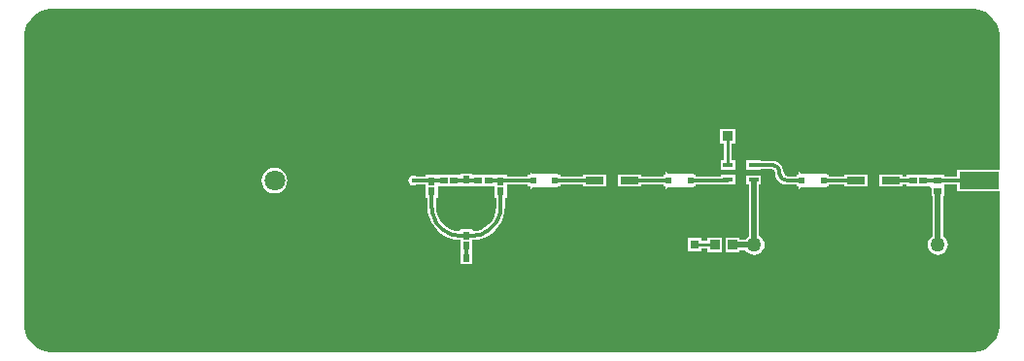
<source format=gtl>
G04*
G04 #@! TF.GenerationSoftware,Altium Limited,Altium Designer,24.9.1 (31)*
G04*
G04 Layer_Physical_Order=1*
G04 Layer_Color=255*
%FSLAX25Y25*%
%MOIN*%
G70*
G04*
G04 #@! TF.SameCoordinates,D730F02F-FD74-4FC1-B03C-3973BC9D0968*
G04*
G04*
G04 #@! TF.FilePolarity,Positive*
G04*
G01*
G75*
%ADD12C,0.01000*%
%ADD34C,0.01181*%
%ADD35R,0.04724X0.03543*%
%ADD36R,0.05906X0.03543*%
%ADD37R,0.02362X0.03543*%
%ADD38R,0.25591X0.25591*%
%ADD39R,0.01890X0.01968*%
%ADD40R,0.03543X0.01654*%
%ADD41R,0.03347X0.01575*%
%ADD42R,0.02874X0.02008*%
%ADD43R,0.02598X0.02441*%
%ADD44R,0.02441X0.02598*%
%ADD45R,0.06299X0.02559*%
%ADD46R,0.09252X0.02559*%
%ADD47R,0.13780X0.05906*%
%ADD48R,0.03543X0.03347*%
%ADD49R,0.03150X0.03150*%
%ADD50R,0.03347X0.03543*%
%ADD51C,0.01968*%
%ADD52C,0.07087*%
%ADD53C,0.21654*%
%ADD54C,0.01772*%
%ADD55C,0.05000*%
G36*
X327674Y117732D02*
X329465Y116990D01*
X331077Y115913D01*
X332448Y114542D01*
X333525Y112930D01*
X334267Y111139D01*
X334646Y109237D01*
Y108268D01*
Y62874D01*
X319803D01*
Y60540D01*
X315689D01*
Y61004D01*
X311083D01*
Y61004D01*
X310591Y61142D01*
X310591Y61142D01*
X310140Y61142D01*
X302795D01*
Y60540D01*
X301358D01*
Y61201D01*
X293327D01*
Y56910D01*
X301358D01*
Y57570D01*
X302795D01*
Y56968D01*
X310591D01*
X311161Y56205D01*
Y53720D01*
X311579D01*
Y40033D01*
X310890Y39504D01*
X310329Y38773D01*
X309976Y37922D01*
X309856Y37008D01*
X309976Y36094D01*
X310329Y35243D01*
X310890Y34512D01*
X311621Y33951D01*
X312472Y33598D01*
X313386Y33478D01*
X314300Y33598D01*
X315151Y33951D01*
X315882Y34512D01*
X316443Y35243D01*
X316796Y36094D01*
X316916Y37008D01*
X316796Y37922D01*
X316443Y38773D01*
X315882Y39504D01*
X315192Y40033D01*
Y53720D01*
X315610D01*
Y57264D01*
X315689D01*
Y57570D01*
X319803D01*
Y55236D01*
X334646D01*
Y9843D01*
Y8873D01*
X334267Y6972D01*
X333525Y5180D01*
X332448Y3568D01*
X331077Y2197D01*
X329465Y1120D01*
X327674Y378D01*
X325773Y0D01*
X9843D01*
X8873Y-0D01*
X6972Y378D01*
X5180Y1120D01*
X3568Y2197D01*
X2197Y3568D01*
X1120Y5180D01*
X378Y6972D01*
X-0Y8873D01*
X0Y9843D01*
Y108268D01*
Y109237D01*
X378Y111139D01*
X1120Y112930D01*
X2197Y114542D01*
X3568Y115913D01*
X5180Y116990D01*
X6972Y117732D01*
X8873Y118110D01*
X9843D01*
Y118110D01*
X325773D01*
X327674Y117732D01*
D02*
G37*
%LPC*%
G36*
X243898Y76673D02*
X238779D01*
Y71752D01*
X240026D01*
Y65945D01*
X238878D01*
Y62795D01*
X243799D01*
Y65945D01*
X242651D01*
Y71752D01*
X243898D01*
Y76673D01*
D02*
G37*
G36*
X173622Y62165D02*
Y60905D01*
X172756D01*
Y60540D01*
X165472D01*
Y60984D01*
X161378D01*
Y61142D01*
X153661D01*
Y61457D01*
X149488D01*
Y61142D01*
X141772D01*
Y60984D01*
X137677D01*
Y60540D01*
X134395D01*
X134148Y60705D01*
X133465Y60841D01*
X132781Y60705D01*
X132202Y60318D01*
X131814Y59739D01*
X131678Y59055D01*
X131814Y58372D01*
X132202Y57792D01*
X132781Y57405D01*
X133465Y57269D01*
X134148Y57405D01*
X134395Y57570D01*
X137677D01*
Y53189D01*
X138278D01*
Y50079D01*
X138272D01*
X138413Y48281D01*
X138834Y46527D01*
X139524Y44861D01*
X140466Y43324D01*
X141638Y41953D01*
X143009Y40781D01*
X144546Y39839D01*
X146212Y39149D01*
X147966Y38728D01*
X149488Y38608D01*
Y34449D01*
Y30276D01*
X153661D01*
Y34449D01*
Y38608D01*
X155184Y38728D01*
X156937Y39149D01*
X158603Y39839D01*
X160141Y40781D01*
X161512Y41953D01*
X162683Y43324D01*
X163625Y44861D01*
X164315Y46527D01*
X164736Y48281D01*
X164878Y50079D01*
X164871D01*
Y53189D01*
X165472D01*
Y57570D01*
X172756D01*
Y57205D01*
X173622D01*
Y55945D01*
X174449Y56772D01*
X183071D01*
Y57205D01*
X183937D01*
Y57570D01*
X191555D01*
Y56910D01*
X199587D01*
Y61201D01*
X191555D01*
Y60540D01*
X183937D01*
Y60905D01*
X183071D01*
Y61339D01*
X174449D01*
X173622Y62165D01*
D02*
G37*
G36*
X220079Y62165D02*
Y60905D01*
X219213D01*
Y60540D01*
X211595D01*
Y61201D01*
X203563D01*
Y56910D01*
X211595D01*
Y57570D01*
X219213D01*
Y57205D01*
X220079D01*
Y55945D01*
X220905Y56772D01*
X229528D01*
Y57205D01*
X230394D01*
Y57570D01*
X241142D01*
Y57566D01*
X241305Y57598D01*
X243878D01*
Y60905D01*
X238799D01*
Y60540D01*
X230394D01*
Y60905D01*
X229528D01*
Y61339D01*
X220905D01*
X220079Y62165D01*
D02*
G37*
G36*
X252736Y66024D02*
X247657D01*
Y62717D01*
X252736D01*
Y62885D01*
X256496D01*
Y62884D01*
X256907Y62802D01*
X257149Y62640D01*
X257562Y61811D01*
X257562Y61811D01*
X257707Y60711D01*
X258131Y59686D01*
X258807Y58807D01*
X259686Y58131D01*
X260711Y57707D01*
X261811Y57562D01*
Y57570D01*
X264882D01*
Y57205D01*
X265748D01*
Y55945D01*
X266575Y56772D01*
X275197D01*
Y57205D01*
X276063D01*
Y57570D01*
X281319D01*
Y56910D01*
X289350D01*
Y61201D01*
X281319D01*
Y60540D01*
X276063D01*
Y60905D01*
X275197D01*
Y61339D01*
X266575D01*
X265748Y62165D01*
Y60905D01*
X264882D01*
Y60540D01*
X261811D01*
X261803Y60539D01*
X261324Y60634D01*
X260910Y60910D01*
X260883Y60951D01*
X260546Y61811D01*
X260546D01*
X260408Y62859D01*
X260004Y63836D01*
X259360Y64675D01*
X258521Y65319D01*
X257544Y65723D01*
X256496Y65861D01*
Y65855D01*
X252736D01*
Y66024D01*
D02*
G37*
G36*
X85827Y63503D02*
X84676Y63351D01*
X83603Y62907D01*
X82682Y62200D01*
X81975Y61279D01*
X81531Y60206D01*
X81379Y59055D01*
X81531Y57904D01*
X81975Y56831D01*
X82682Y55910D01*
X83603Y55203D01*
X84676Y54759D01*
X85827Y54608D01*
X86978Y54759D01*
X88051Y55203D01*
X88972Y55910D01*
X89678Y56831D01*
X90123Y57904D01*
X90274Y59055D01*
X90123Y60206D01*
X89678Y61279D01*
X88972Y62200D01*
X88051Y62907D01*
X86978Y63351D01*
X85827Y63503D01*
D02*
G37*
G36*
X250394Y60861D02*
X250295D01*
X250121Y60827D01*
X247736D01*
Y57677D01*
X248489D01*
Y39958D01*
X247898Y39504D01*
X247348Y38789D01*
X245421D01*
Y39516D01*
X240500D01*
Y34398D01*
X245421D01*
Y35176D01*
X247388D01*
X247898Y34512D01*
X248629Y33951D01*
X249480Y33598D01*
X250394Y33478D01*
X251307Y33598D01*
X252159Y33951D01*
X252890Y34512D01*
X253451Y35243D01*
X253804Y36094D01*
X253924Y37008D01*
X253804Y37922D01*
X253451Y38773D01*
X252890Y39504D01*
X252159Y40065D01*
X252102Y40089D01*
Y57677D01*
X252658D01*
Y60827D01*
X250568D01*
X250394Y60861D01*
D02*
G37*
G36*
X239319Y39516D02*
X234398D01*
Y38269D01*
X232421D01*
Y39319D01*
X227697D01*
Y34595D01*
X232421D01*
Y35644D01*
X234398D01*
Y34398D01*
X239319D01*
Y39516D01*
D02*
G37*
%LPD*%
G36*
X153583Y56968D02*
X161299D01*
Y53189D01*
X161901D01*
Y50079D01*
X161914Y50013D01*
X161756Y48414D01*
X161271Y46813D01*
X160482Y45337D01*
X159421Y44044D01*
X158127Y42983D01*
X156652Y42194D01*
X155051Y41708D01*
X154331Y41637D01*
X153661Y42244D01*
Y42244D01*
X149488D01*
Y42244D01*
X148819Y41637D01*
X148099Y41708D01*
X146498Y42194D01*
X145022Y42983D01*
X143729Y44044D01*
X142668Y45337D01*
X141879Y46813D01*
X141393Y48414D01*
X141236Y50013D01*
X141249Y50079D01*
Y53189D01*
X141850D01*
Y56968D01*
X149567D01*
Y57126D01*
X153583D01*
Y56968D01*
D02*
G37*
D12*
X230059Y36957D02*
X236858D01*
X250197Y59252D02*
X250394Y59055D01*
X241339Y64370D02*
Y74213D01*
D34*
X163386Y58819D02*
X163150Y59055D01*
X163622Y59055D02*
X163386Y58819D01*
X153386Y40079D02*
X154366Y40127D01*
X155337Y40271D01*
X156289Y40509D01*
X157213Y40840D01*
X158100Y41260D01*
X158941Y41764D01*
X159730Y42349D01*
X160457Y43008D01*
X161116Y43735D01*
X161700Y44523D01*
X162205Y45365D01*
X162625Y46252D01*
X162955Y47176D01*
X163194Y48128D01*
X163338Y49099D01*
X163386Y50079D01*
X139764D02*
X139812Y49099D01*
X139956Y48128D01*
X140194Y47176D01*
X140525Y46252D01*
X140945Y45365D01*
X141449Y44523D01*
X142034Y43735D01*
X142693Y43008D01*
X143420Y42349D01*
X144208Y41764D01*
X145050Y41260D01*
X145937Y40840D01*
X146861Y40509D01*
X147813Y40271D01*
X148784Y40127D01*
X149764Y40079D01*
X241142Y59055D02*
X241339Y59252D01*
X259055Y61811D02*
X259265Y60756D01*
X259862Y59862D01*
X260756Y59265D01*
X261811Y59055D01*
X259055Y61811D02*
X258860Y62790D01*
X258306Y63621D01*
X257475Y64175D01*
X256496Y64370D01*
X151575Y32441D02*
Y36614D01*
X151339Y59055D02*
X151575Y59291D01*
X147402Y59055D02*
X151339D01*
X151811D02*
X155748D01*
X151575Y59291D02*
X151811Y59055D01*
X159213D02*
X163150D01*
X163622Y59055D02*
X174567D01*
X149764Y40079D02*
X151575D01*
X153386D01*
X163386Y50079D02*
Y55354D01*
X139764Y50079D02*
Y55354D01*
X207579Y59055D02*
X221024D01*
X207579D02*
Y59055D01*
X182126D02*
X195571D01*
X228583Y59055D02*
X241142D01*
X261811Y59055D02*
X266693D01*
X250197Y64370D02*
X256496D01*
X274252Y59055D02*
X285335D01*
X312992D02*
X327559D01*
X297342D02*
X303386D01*
X308425D02*
X312992D01*
X139764Y58819D02*
X140000Y59055D01*
X143937D01*
X139528D02*
X139764Y58819D01*
X133465Y59055D02*
X139528D01*
D35*
X157480Y98425D02*
D03*
X275590D02*
D03*
Y19685D02*
D03*
X157480D02*
D03*
D36*
X163976Y98425D02*
D03*
X150984D02*
D03*
X282087D02*
D03*
X269094D02*
D03*
X282087Y19685D02*
D03*
X269094D02*
D03*
X163976D02*
D03*
X150984D02*
D03*
D37*
X169488Y98425D02*
D03*
X145472D02*
D03*
X287598D02*
D03*
X263583D02*
D03*
X287598Y19685D02*
D03*
X263583D02*
D03*
X169488D02*
D03*
X145472D02*
D03*
D38*
X114173Y94488D02*
D03*
Y23622D02*
D03*
X43307Y94488D02*
D03*
Y23622D02*
D03*
D39*
X182126Y59055D02*
D03*
X174567D02*
D03*
X274252D02*
D03*
X266693D02*
D03*
X221024Y59055D02*
D03*
X228583D02*
D03*
D40*
X178347Y62165D02*
D03*
Y55945D02*
D03*
X270472Y62165D02*
D03*
Y55945D02*
D03*
X224803Y55945D02*
D03*
Y62165D02*
D03*
D41*
X250197Y59252D02*
D03*
Y61811D02*
D03*
Y64370D02*
D03*
X241339Y59252D02*
D03*
Y61811D02*
D03*
Y64370D02*
D03*
D42*
X313386Y59134D02*
D03*
Y55512D02*
D03*
D43*
X308425Y59055D02*
D03*
X304961D02*
D03*
X155748Y59055D02*
D03*
X159213D02*
D03*
X143937D02*
D03*
X147402D02*
D03*
D44*
X163386Y58819D02*
D03*
Y55354D02*
D03*
X151575Y62756D02*
D03*
Y59291D02*
D03*
Y36614D02*
D03*
Y40079D02*
D03*
Y28976D02*
D03*
Y32441D02*
D03*
X139764Y58819D02*
D03*
Y55354D02*
D03*
D45*
X195571Y59055D02*
D03*
Y54331D02*
D03*
X207579D02*
D03*
Y59055D02*
D03*
Y63779D02*
D03*
X285335Y59055D02*
D03*
Y54331D02*
D03*
X297342D02*
D03*
Y59055D02*
D03*
Y63779D02*
D03*
D46*
X197047D02*
D03*
X286811D02*
D03*
D47*
X327559Y59055D02*
D03*
Y48425D02*
D03*
Y69685D02*
D03*
D48*
X241339Y74213D02*
D03*
Y80315D02*
D03*
D49*
X223760Y36957D02*
D03*
X230059D02*
D03*
D50*
X242961D02*
D03*
X236858D02*
D03*
D51*
X313386Y37008D02*
Y55512D01*
X242986Y36982D02*
X250368D01*
X242961Y36957D02*
X242986Y36982D01*
X250368D02*
X250394Y37008D01*
X250295Y59055D02*
X250394D01*
X250295Y37106D02*
X250394Y37008D01*
X250295Y37106D02*
Y59055D01*
D52*
X85827Y59055D02*
D03*
D53*
X318898Y19685D02*
D03*
Y98425D02*
D03*
X15748Y59055D02*
D03*
D54*
X322834Y84646D02*
D03*
X316929Y72834D02*
D03*
Y49213D02*
D03*
Y1968D02*
D03*
X311023Y108268D02*
D03*
X305118Y96457D02*
D03*
X311023Y84646D02*
D03*
X305118Y72834D02*
D03*
Y49213D02*
D03*
Y25591D02*
D03*
Y1968D02*
D03*
X299213Y108268D02*
D03*
X293307Y96457D02*
D03*
X299213Y84646D02*
D03*
X293307Y72834D02*
D03*
Y49213D02*
D03*
Y25591D02*
D03*
X299213Y13779D02*
D03*
X293307Y1968D02*
D03*
X287402Y108268D02*
D03*
Y84646D02*
D03*
X281496Y72834D02*
D03*
Y49213D02*
D03*
Y25591D02*
D03*
X287402Y13779D02*
D03*
X281496Y1968D02*
D03*
X275590Y108268D02*
D03*
Y84646D02*
D03*
X269685Y72834D02*
D03*
Y49213D02*
D03*
Y25591D02*
D03*
X275590Y13779D02*
D03*
X269685Y1968D02*
D03*
X263779Y108268D02*
D03*
X257874Y96457D02*
D03*
X263779Y84646D02*
D03*
X257874Y72834D02*
D03*
Y49213D02*
D03*
Y25591D02*
D03*
X263779Y13779D02*
D03*
X257874Y1968D02*
D03*
X251968Y108268D02*
D03*
X246063Y96457D02*
D03*
X251968Y84646D02*
D03*
X246063Y72834D02*
D03*
Y49213D02*
D03*
Y25591D02*
D03*
X251968Y13779D02*
D03*
X246063Y1968D02*
D03*
X240157Y108268D02*
D03*
X234252Y96457D02*
D03*
X240157Y84646D02*
D03*
X234252Y72834D02*
D03*
Y49213D02*
D03*
Y25591D02*
D03*
X240157Y13779D02*
D03*
X234252Y1968D02*
D03*
X228346Y108268D02*
D03*
X222441Y96457D02*
D03*
X228346Y84646D02*
D03*
X222441Y72834D02*
D03*
Y49213D02*
D03*
Y25591D02*
D03*
X228346Y13779D02*
D03*
X222441Y1968D02*
D03*
X216535Y108268D02*
D03*
X210630Y96457D02*
D03*
X216535Y84646D02*
D03*
X210630Y72834D02*
D03*
Y49213D02*
D03*
X216535Y37402D02*
D03*
X210630Y25591D02*
D03*
X216535Y13779D02*
D03*
X210630Y1968D02*
D03*
X204724Y108268D02*
D03*
X198819Y96457D02*
D03*
X204724Y84646D02*
D03*
X198819Y72834D02*
D03*
Y49213D02*
D03*
X204724Y37402D02*
D03*
X198819Y25591D02*
D03*
X204724Y13779D02*
D03*
X198819Y1968D02*
D03*
X192913Y108268D02*
D03*
X187008Y96457D02*
D03*
X192913Y84646D02*
D03*
X187008Y72834D02*
D03*
Y49213D02*
D03*
X192913Y37402D02*
D03*
X187008Y25591D02*
D03*
X192913Y13779D02*
D03*
X187008Y1968D02*
D03*
X181102Y108268D02*
D03*
X175197Y96457D02*
D03*
X181102Y84646D02*
D03*
X175197Y72834D02*
D03*
Y49213D02*
D03*
X181102Y37402D02*
D03*
X175197Y25591D02*
D03*
X181102Y13779D02*
D03*
X175197Y1968D02*
D03*
X169291Y108268D02*
D03*
Y84646D02*
D03*
X163386Y72834D02*
D03*
X169291Y37402D02*
D03*
X163386Y25591D02*
D03*
X169291Y13779D02*
D03*
X163386Y1968D02*
D03*
X157480Y108268D02*
D03*
Y84646D02*
D03*
X151575Y72834D02*
D03*
Y49213D02*
D03*
Y25591D02*
D03*
X157480Y13779D02*
D03*
X151575Y1968D02*
D03*
X145669Y108268D02*
D03*
X139764Y96457D02*
D03*
X145669Y84646D02*
D03*
X139764Y72834D02*
D03*
Y25591D02*
D03*
X145669Y13779D02*
D03*
X139764Y1968D02*
D03*
X133858Y108268D02*
D03*
Y84646D02*
D03*
X127953Y72834D02*
D03*
Y49213D02*
D03*
X133858Y37402D02*
D03*
Y13779D02*
D03*
X127953Y1968D02*
D03*
X116142Y72834D02*
D03*
Y49213D02*
D03*
Y1968D02*
D03*
X104331Y72834D02*
D03*
Y49213D02*
D03*
Y1968D02*
D03*
X98425Y108268D02*
D03*
X92520Y96457D02*
D03*
X98425Y84646D02*
D03*
X92520Y72834D02*
D03*
Y49213D02*
D03*
X98425Y37402D02*
D03*
X92520Y25591D02*
D03*
X98425Y13779D02*
D03*
X92520Y1968D02*
D03*
X86614Y108268D02*
D03*
X80709Y96457D02*
D03*
X86614Y84646D02*
D03*
X80709Y72834D02*
D03*
Y49213D02*
D03*
X86614Y37402D02*
D03*
X80709Y25591D02*
D03*
X86614Y13779D02*
D03*
X80709Y1968D02*
D03*
X74803Y108268D02*
D03*
X68898Y96457D02*
D03*
X74803Y84646D02*
D03*
X68898Y72834D02*
D03*
X74803Y61023D02*
D03*
X68898Y49213D02*
D03*
X74803Y37402D02*
D03*
X68898Y25591D02*
D03*
X74803Y13779D02*
D03*
X68898Y1968D02*
D03*
X62992Y108268D02*
D03*
Y84646D02*
D03*
X57087Y72834D02*
D03*
X62992Y61023D02*
D03*
X57087Y49213D02*
D03*
X62992Y37402D02*
D03*
Y13779D02*
D03*
X57087Y1968D02*
D03*
X45276Y72834D02*
D03*
X51181Y61023D02*
D03*
X45276Y49213D02*
D03*
Y1968D02*
D03*
X33465Y72834D02*
D03*
X39370Y61023D02*
D03*
X33465Y49213D02*
D03*
Y1968D02*
D03*
X27559Y108268D02*
D03*
X21654Y96457D02*
D03*
X27559Y84646D02*
D03*
X21654Y72834D02*
D03*
X27559Y37402D02*
D03*
X21654Y25591D02*
D03*
X27559Y13779D02*
D03*
X21654Y1968D02*
D03*
X15748Y108268D02*
D03*
X9843Y96457D02*
D03*
X15748Y84646D02*
D03*
X9843Y72834D02*
D03*
X15748Y37402D02*
D03*
X9843Y25591D02*
D03*
X15748Y13779D02*
D03*
X106948Y62206D02*
D03*
X109900Y62144D02*
D03*
X112833Y61802D02*
D03*
X115786D02*
D03*
X118738D02*
D03*
X121691D02*
D03*
X124644D02*
D03*
X333545Y54060D02*
D03*
X82242Y63427D02*
D03*
X80526Y61024D02*
D03*
X80255Y58084D02*
D03*
X81503Y55408D02*
D03*
X83929Y53725D02*
D03*
X86873Y53493D02*
D03*
X89532Y54776D02*
D03*
X92056Y56309D02*
D03*
X100782Y55727D02*
D03*
X103735D02*
D03*
X112453Y56309D02*
D03*
X115405D02*
D03*
X118358D02*
D03*
X121311D02*
D03*
X124264D02*
D03*
X127216D02*
D03*
X130169D02*
D03*
X133113Y56085D02*
D03*
X136058Y56309D02*
D03*
X144768Y55727D02*
D03*
X145258Y62379D02*
D03*
X142306Y62317D02*
D03*
X139354Y62226D02*
D03*
X136432Y61802D02*
D03*
X133491Y62060D02*
D03*
X130549Y61802D02*
D03*
X127596D02*
D03*
X104000Y62383D02*
D03*
X101048D02*
D03*
X98105Y62140D02*
D03*
X95153Y62209D02*
D03*
X92228Y61802D02*
D03*
X89649Y63240D02*
D03*
X87027Y64597D02*
D03*
X213991Y56309D02*
D03*
X216943D02*
D03*
X217401Y61802D02*
D03*
X214448D02*
D03*
X250154Y67265D02*
D03*
X247345Y67260D02*
D03*
X254039Y61624D02*
D03*
X256599Y60153D02*
D03*
X258225Y57688D02*
D03*
X260897Y56430D02*
D03*
X263847Y56309D02*
D03*
X264645Y61960D02*
D03*
X261760Y62047D02*
D03*
X260799Y64839D02*
D03*
X258488Y66676D02*
D03*
X255568Y67117D02*
D03*
X252615D02*
D03*
X235642Y61802D02*
D03*
X232689D02*
D03*
X232172Y56309D02*
D03*
X235125D02*
D03*
X238078D02*
D03*
X241030D02*
D03*
X243945Y56360D02*
D03*
X188970Y61802D02*
D03*
X186017D02*
D03*
X185957Y56309D02*
D03*
X188909D02*
D03*
X280445Y61860D02*
D03*
X277576Y61802D02*
D03*
X278673Y56309D02*
D03*
X333250Y64115D02*
D03*
X330297D02*
D03*
X327345D02*
D03*
X324392D02*
D03*
X321439D02*
D03*
X318761Y62872D02*
D03*
X316145Y61960D02*
D03*
X313069Y62245D02*
D03*
X310117Y62305D02*
D03*
X307165Y62383D02*
D03*
X304212D02*
D03*
X302145Y55860D02*
D03*
X304898Y55727D02*
D03*
X307851D02*
D03*
X316676Y56309D02*
D03*
X319045Y54560D02*
D03*
X322010Y53995D02*
D03*
X324963D02*
D03*
X327915D02*
D03*
X330868D02*
D03*
X149010Y55789D02*
D03*
X151961Y55885D02*
D03*
X154910Y55727D02*
D03*
X157862Y55737D02*
D03*
X160105Y53817D02*
D03*
X160639Y50913D02*
D03*
X160327Y47977D02*
D03*
X158914Y45384D02*
D03*
X156587Y43567D02*
D03*
X153646Y43295D02*
D03*
X150700Y43485D02*
D03*
X147772Y43105D02*
D03*
X145158Y44477D02*
D03*
X143306Y46777D02*
D03*
X142521Y49624D02*
D03*
X142482Y52576D02*
D03*
X136945Y52160D02*
D03*
X137105Y49087D02*
D03*
X137665Y46187D02*
D03*
X138900Y43505D02*
D03*
X140696Y41162D02*
D03*
X143008Y39326D02*
D03*
X145663Y38033D02*
D03*
X148247Y36604D02*
D03*
Y33651D02*
D03*
X148335Y30700D02*
D03*
X154903Y31975D02*
D03*
X154825Y34927D02*
D03*
X155983Y37644D02*
D03*
X158786Y38572D02*
D03*
X161292Y40133D02*
D03*
X163376Y42224D02*
D03*
X164919Y44742D02*
D03*
X165837Y47548D02*
D03*
X166132Y50486D02*
D03*
X166584Y53404D02*
D03*
X167118Y56309D02*
D03*
X170071D02*
D03*
X171294Y61802D02*
D03*
X168341D02*
D03*
X165400Y62068D02*
D03*
X162452Y62226D02*
D03*
X159503Y62383D02*
D03*
X156550D02*
D03*
X133465Y59055D02*
D03*
D55*
X313386Y37008D02*
D03*
X250394D02*
D03*
M02*

</source>
